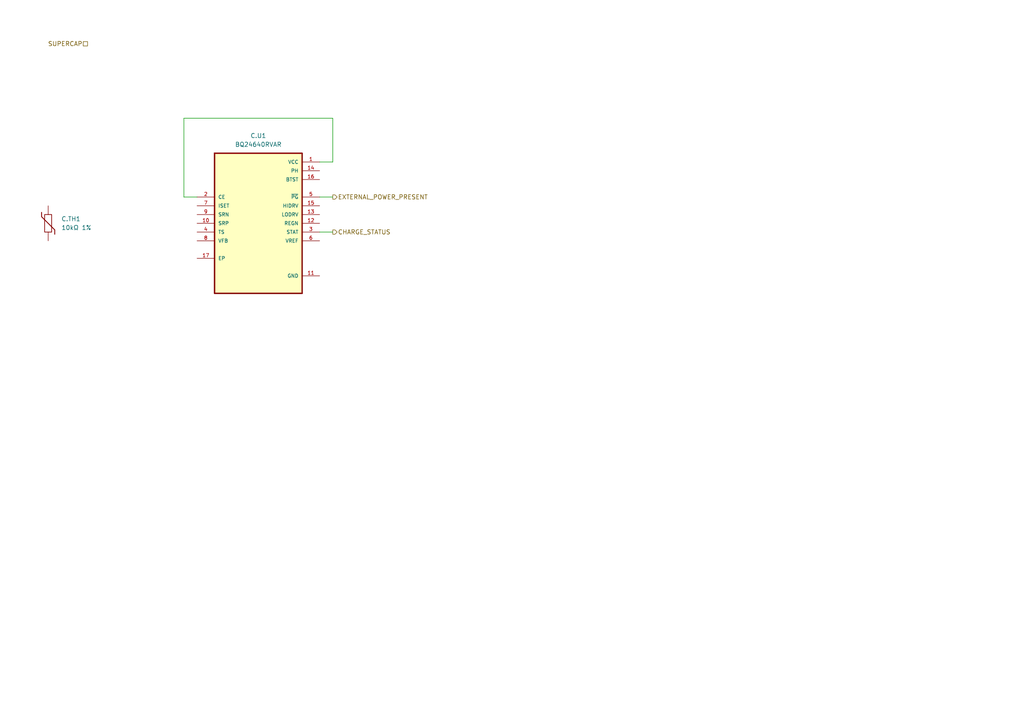
<source format=kicad_sch>
(kicad_sch (version 20250114) (generator "eeschema") (generator_version "9.0")
  (paper "A4")
  (lib_symbols
    (symbol "BQ24640RVAR:BQ24640RVAR" (pin_names (offset 1.016))
      (property "Reference" "U" (at -12.7 21.32 0))
      (property "Value" "BQ24640RVAR" (at -12.7 -24.32 0))
      (symbol "BQ24640RVAR_0_0"
        (rectangle (start -12.7 -20.32) (end 12.7 20.32) (stroke (width 0.41)) (fill (type background)))
        (pin input line (at -17.78 7.62 0) (length 5.08) (name "CE") (number "2"))
        (pin input line (at -17.78 5.08 0) (length 5.08) (name "ISET") (number "7"))
        (pin input line (at -17.78 2.54 0) (length 5.08) (name "SRN") (number "9"))
        (pin input line (at -17.78 0 0) (length 5.08) (name "SRP") (number "10"))
        (pin input line (at -17.78 -2.54 0) (length 5.08) (name "TS") (number "4"))
        (pin input line (at -17.78 -5.08 0) (length 5.08) (name "VFB") (number "8"))
        (pin bidirectional line (at -17.78 -10.16 0) (length 5.08) (name "EP") (number "17"))
        (pin power_in line (at 17.78 17.78 180) (length 5.08) (name "VCC") (number "1"))
        (pin power_in line (at 17.78 15.24 180) (length 5.08) (name "PH") (number "14"))
        (pin power_in line (at 17.78 12.7 180) (length 5.08) (name "BTST") (number "16"))
        (pin output line (at 17.78 7.62 180) (length 5.08) (name "~{PG}") (number "5"))
        (pin output line (at 17.78 5.08 180) (length 5.08) (name "HIDRV") (number "15"))
        (pin output line (at 17.78 2.54 180) (length 5.08) (name "LODRV") (number "13"))
        (pin output line (at 17.78 0 180) (length 5.08) (name "REGN") (number "12"))
        (pin output line (at 17.78 -2.54 180) (length 5.08) (name "STAT") (number "3"))
        (pin output line (at 17.78 -5.08 180) (length 5.08) (name "VREF") (number "6"))
        (pin power_in line (at 17.78 -15.24 180) (length 5.08) (name "GND") (number "11"))
      )
    )
    (symbol "Device:Thermistor" (pin_numbers (hide yes)) (pin_names (offset 0))
      (property "Reference" "TH" (at 2.54 1.27 90))
      (property "Value" "Thermistor" (at -2.54 0 90))
      (symbol "Thermistor_0_1"
        (polyline (pts (xy -1.905 3.175) (xy -1.905 1.905) (xy 1.905 -1.905) (xy 1.905 -3.175) (xy 1.905 -3.175)) (stroke (width 0.254)))
        (rectangle (start -1.016 2.54) (end 1.016 -2.54) (stroke (width 0.2032)))
      )
      (symbol "Thermistor_1_1"
        (pin passive line (at 0 5.08 270) (length 2.54) (name "~") (number "1"))
        (pin passive line (at 0 -5.08 90) (length 2.54) (name "~") (number "2"))
      )
    )
  )
  (wire (pts (xy 53.34 34.29) (xy 96.52 34.29)))
  (wire (pts (xy 92.71 67.31) (xy 96.52 67.31)))
  (wire (pts (xy 96.52 46.99) (xy 92.71 46.99)))
  (wire (pts (xy 96.52 34.29) (xy 96.52 46.99)))
  (wire (pts (xy 53.34 57.15) (xy 53.34 34.29)))
  (wire (pts (xy 53.34 57.15) (xy 57.15 57.15)))
  (wire (pts (xy 92.71 57.15) (xy 96.52 57.15)))
  (hierarchical_label "SUPERCAP" (shape passive) (at 25.4 12.7 180))
  (hierarchical_label "EXTERNAL_POWER_PRESENT" (shape output) (at 96.52 57.15 0))
  (hierarchical_label "CHARGE_STATUS" (shape output) (at 96.52 67.31 0))
  (symbol (lib_id "BQ24640RVAR:BQ24640RVAR") (at 74.93 64.77 0) (unit 1)
    (property "Reference" "C.U1" (at 74.93 39.37 0))
    (property "Value" "BQ24640RVAR" (at 74.93 41.91 0))
    (property "Footprint" "BQ24640RVAR:QFN50P350X350X100-17N" (effects (hide yes)))
    (property "Datasheet" "https://www.ti.com/lit/ds/symlink/bq24640.pdf" (effects (hide yes)))
    (property "Description" "High-Efficiency Synchronous Switched-Mode Super Capacitor Charger" (effects (hide yes)))
  )
  (symbol (lib_id "Device:Thermistor") (at 13.97 64.77 0) (unit 1)
    (property "Reference" "C.TH1" (at 17.78 63.4999 0) (effects (justify left)))
    (property "Value" "10kΩ 1%" (at 17.78 66.0399 0) (effects (justify left)))
    (property "Footprint" "Connector_PinHeader_2.54mm:PinHeader_1x02_P2.54mm_Vertical" (effects (hide yes)))
    (property "Datasheet" "https://www.semitec-global.com/uploads/2022/01/P12-13-AT-Thermistor.pdf" (effects (hide yes)))
    (property "Description" "Temperature dependent resistor" (effects (hide yes)))
  )
)
</source>
